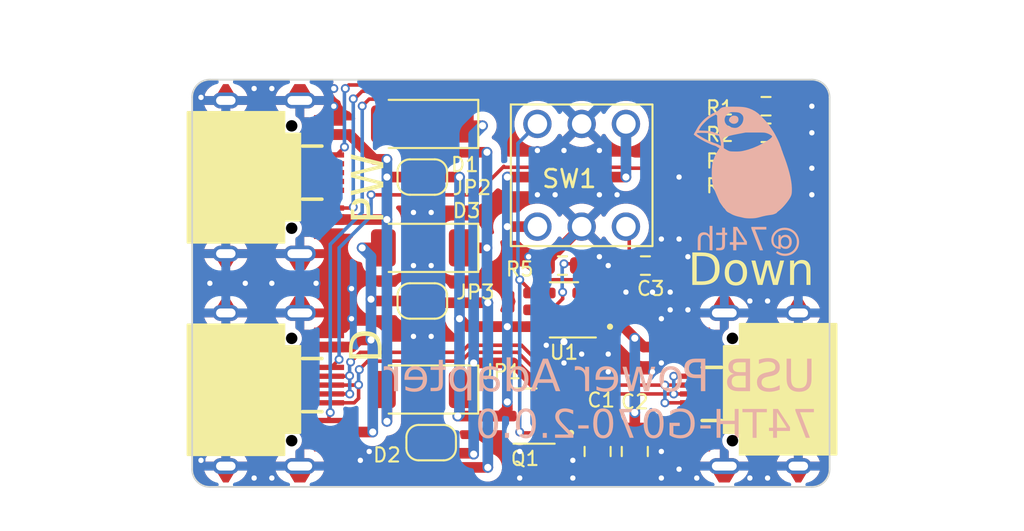
<source format=kicad_pcb>
(kicad_pcb (version 20241229) (generator "pcbnew") (generator_version "9.0")
  (title_block (rev "2.0.0"))
  (layers (0 "F.Cu" signal) (2 "B.Cu" signal) (13 "F.Paste" user) (15 "B.Paste" user) (5 "F.SilkS" user "F.Silkscreen") (7 "B.SilkS" user "B.Silkscreen") (1 "F.Mask" user) (3 "B.Mask" user) (25 "Edge.Cuts" user))
  (net 0 "")
  (net 1 "GND")
  (net 2 "/OUT_VBUS")
  (net 3 "/PWR_SW")
  (net 4 "/CONN_VBUS")
  (net 5 "Net-(D2-A)")
  (net 6 "/PWR_VBUS")
  (net 7 "Net-(D3-A)")
  (net 12 "Net-(J1-CC1)")
  (net 13 "Net-(J1-CC2)")
  (net 14 "Net-(J2-CC1)")
  (net 15 "Net-(J2-CC2)")
  (net 18 "Net-(U1-ISET)")
  (net 20 "/USBDM")
  (net 21 "/USBDP")
  (footprint "74th:Capacitor_0805_2012" (layer "F.Cu") (at 71.9 70.5 -90)
    (property "Reference" "C1" (at -2.9 -0.2 180) (layer "F.SilkS") (effects (font (size 0.8 0.8) (thickness 0.12))))
    (property "Value" "22u" (hide yes))
    (pad "1" smd roundrect (at -1.0375 0 270) (size 1.175 1.45) (layers "F.Cu" "F.Mask" "F.Paste") (roundrect_rratio 0.212766) (net 2 "/OUT_VBUS"))
    (pad "2" smd roundrect (at 1.0375 0 270) (size 1.175 1.45) (layers "F.Cu" "F.Mask" "F.Paste") (roundrect_rratio 0.212766) (net 1 "GND"))
  )
  (footprint "74th:SolderJumper-2" (layer "F.Cu") (at 62 55)
    (property "Reference" "JP2" (at 2.8 0.6 0) (layer "F.SilkS") (effects (font (size 0.8 0.8) (thickness 0.12))))
    (property "Value" "Jumper_2_Open")
    (pad "1" smd custom (at -0.65 0) (size 1 0.5) (layers "F.Cu" "F.Mask") (net 5 "Net-(D2-A)") (options (clearance outline) (anchor rect)) (primitives (gr_circle (center 0 0.25) (end 0.5 0.25) (width 0) (fill yes)) (gr_circle (center 0 -0.25) (end 0.5 -0.25) (width 0) (fill yes)) (gr_poly (pts (xy 0.5 0.75) (xy 0 0.75) (xy 0 -0.75) (xy 0.5 -0.75)) (width 0) (fill yes))))
    (pad "2" smd custom (at 0.65 0) (size 1 0.5) (layers "F.Cu" "F.Mask") (net 6 "/PWR_VBUS") (options (clearance outline) (anchor rect)) (primitives (gr_circle (center 0 0.25) (end 0.5 0.25) (width 0) (fill yes)) (gr_circle (center 0 -0.25) (end 0.5 -0.25) (width 0) (fill yes)) (gr_poly (pts (xy 0 0.75) (xy -0.5 0.75) (xy -0.5 -0.75) (xy 0 -0.75)) (width 0) (fill yes))))
  )
  (footprint "74th:Connector_USB-C-Receptacle_SMT_12-Pin_Simple" (layer "F.Cu") (at 51 55 -90)
    (property "Reference" "J1" (hide yes))
    (property "Value" "Power_USB")
    (pad "" np_thru_hole circle (at -2.89 -3.62 90) (size 0.65 0.65) (drill 0.65) (layers "*.Mask"))
    (pad "" np_thru_hole circle (at 2.89 -3.62 90) (size 0.65 0.65) (drill 0.65) (layers "*.Mask"))
    (pad "1" smd rect (at -2.4 -5.73 90) (size 0.6 1.7) (layers "F.Cu" "F.Mask" "F.Paste") (net 5 "Net-(D2-A)"))
    (pad "1" smd rect (at 2.4 -5.73 90) (size 0.6 1.7) (layers "F.Cu" "F.Mask" "F.Paste") (net 5 "Net-(D2-A)"))
    (pad "2" smd rect (at -0.75 -5.73 90) (size 0.3 1.7) (layers "F.Cu" "F.Mask" "F.Paste"))
    (pad "2" smd rect (at 0.25 -5.73 90) (size 0.3 1.7) (layers "F.Cu" "F.Mask" "F.Paste"))
    (pad "3" smd rect (at -0.25 -5.73 90) (size 0.3 1.7) (layers "F.Cu" "F.Mask" "F.Paste"))
    (pad "3" smd rect (at 0.75 -5.73 90) (size 0.3 1.7) (layers "F.Cu" "F.Mask" "F.Paste"))
    (pad "4" smd rect (at -3.2 -5.73 90) (size 0.6 1.7) (layers "F.Cu" "F.Mask" "F.Paste") (net 1 "GND"))
    (pad "4" smd rect (at 3.2 -5.73 90) (size 0.6 1.7) (layers "F.Cu" "F.Mask" "F.Paste") (net 1 "GND"))
    (pad "5" smd rect (at -1.25 -5.73 90) (size 0.3 1.7) (layers "F.Cu" "F.Mask" "F.Paste") (net 12 "Net-(J1-CC1)"))
    (pad "6" smd rect (at 1.75 -5.73 90) (size 0.3 1.7) (layers "F.Cu" "F.Mask" "F.Paste") (net 13 "Net-(J1-CC2)"))
    (pad "S1" smd trapezoid (at -5 -4.08) (size 0.9 0.5) (rect_delta 0 0.3) (layers "F.Cu" "F.Mask" "F.Paste") (net 1 "GND"))
    (pad "S1" smd trapezoid (at -5 0.1) (size 0.6 0.5) (rect_delta 0 0.3) (layers "F.Cu" "F.Mask" "F.Paste") (net 1 "GND"))
    (pad "S1" thru_hole oval (at -4.325 -4.08 90) (size 0.9 1.8) (drill oval 0.5 1.4) (layers "*.Cu" "*.Mask") (net 1 "GND"))
    (pad "S1" thru_hole oval (at -4.325 0.1 90) (size 0.9 1.5) (drill oval 0.5 1.1) (layers "*.Cu" "*.Mask") (net 1 "GND"))
    (pad "S1" thru_hole oval (at 4.325 -4.08 90) (size 0.9 1.8) (drill oval 0.5 1.4) (layers "*.Cu" "*.Mask") (net 1 "GND"))
    (pad "S1" thru_hole oval (at 4.325 0.1 90) (size 0.9 1.5) (drill oval 0.5 1.1) (layers "*.Cu" "*.Mask") (net 1 "GND"))
    (pad "S1" smd trapezoid (at 5 -4.08 180) (size 0.9 0.5) (rect_delta 0 0.3) (layers "F.Cu" "F.Mask" "F.Paste") (net 1 "GND"))
    (pad "S1" smd trapezoid (at 5 0.1 180) (size 0.6 0.5) (rect_delta 0 0.3) (layers "F.Cu" "F.Mask" "F.Paste") (net 1 "GND"))
  )
  (footprint "74th:Connector_USB-C-Receptacle_SMT_12-Pin_Simple" (layer "F.Cu") (at 83.135 67 90)
    (property "Reference" "J3" (hide yes))
    (property "Value" "Downstream_USB")
    (pad "" np_thru_hole circle (at -2.89 -3.62 270) (size 0.65 0.65) (drill 0.65) (layers "*.Mask"))
    (pad "" np_thru_hole circle (at 2.89 -3.62 270) (size 0.65 0.65) (drill 0.65) (layers "*.Mask"))
    (pad "1" smd rect (at -2.4 -5.73 270) (size 0.6 1.7) (layers "F.Cu" "F.Mask" "F.Paste") (net 2 "/OUT_VBUS"))
    (pad "1" smd rect (at 2.4 -5.73 270) (size 0.6 1.7) (layers "F.Cu" "F.Mask" "F.Paste") (net 2 "/OUT_VBUS"))
    (pad "2" smd rect (at -0.75 -5.73 270) (size 0.3 1.7) (layers "F.Cu" "F.Mask" "F.Paste") (net 20 "/USBDM"))
    (pad "2" smd rect (at 0.25 -5.73 270) (size 0.3 1.7) (layers "F.Cu" "F.Mask" "F.Paste") (net 20 "/USBDM"))
    (pad "3" smd rect (at -0.25 -5.73 270) (size 0.3 1.7) (layers "F.Cu" "F.Mask" "F.Paste") (net 21 "/USBDP"))
    (pad "3" smd rect (at 0.75 -5.73 270) (size 0.3 1.7) (layers "F.Cu" "F.Mask" "F.Paste") (net 21 "/USBDP"))
    (pad "4" smd rect (at -3.2 -5.73 270) (size 0.6 1.7) (layers "F.Cu" "F.Mask" "F.Paste") (net 1 "GND"))
    (pad "4" smd rect (at 3.2 -5.73 270) (size 0.6 1.7) (layers "F.Cu" "F.Mask" "F.Paste") (net 1 "GND"))
    (pad "5" smd rect (at -1.25 -5.73 270) (size 0.3 1.7) (layers "F.Cu" "F.Mask" "F.Paste"))
    (pad "6" smd rect (at 1.75 -5.73 270) (size 0.3 1.7) (layers "F.Cu" "F.Mask" "F.Paste"))
    (pad "S1" smd trapezoid (at -5 -4.08 180) (size 0.9 0.5) (rect_delta 0 0.3) (layers "F.Cu" "F.Mask" "F.Paste") (net 1 "GND"))
    (pad "S1" smd trapezoid (at -5 0.1 180) (size 0.6 0.5) (rect_delta 0 0.3) (layers "F.Cu" "F.Mask" "F.Paste") (net 1 "GND"))
    (pad "S1" thru_hole oval (at -4.325 -4.08 270) (size 0.9 1.8) (drill oval 0.5 1.4) (layers "*.Cu" "*.Mask") (net 1 "GND"))
    (pad "S1" thru_hole oval (at -4.325 0.1 270) (size 0.9 1.5) (drill oval 0.5 1.1) (layers "*.Cu" "*.Mask") (net 1 "GND"))
    (pad "S1" thru_hole oval (at 4.325 -4.08 270) (size 0.9 1.8) (drill oval 0.5 1.4) (layers "*.Cu" "*.Mask") (net 1 "GND"))
    (pad "S1" thru_hole oval (at 4.325 0.1 270) (size 0.9 1.5) (drill oval 0.5 1.1) (layers "*.Cu" "*.Mask") (net 1 "GND"))
    (pad "S1" smd trapezoid (at 5 -4.08) (size 0.9 0.5) (rect_delta 0 0.3) (layers "F.Cu" "F.Mask" "F.Paste") (net 1 "GND"))
    (pad "S1" smd trapezoid (at 5 0.1) (size 0.6 0.5) (rect_delta 0 0.3) (layers "F.Cu" "F.Mask" "F.Paste") (net 1 "GND"))
  )
  (footprint "74th:Register_0603_1608" (layer "F.Cu") (at 74.6 60)
    (property "Reference" "C3" (at 0.3 1.3 0) (layer "F.SilkS") (effects (font (size 0.8 0.8) (thickness 0.12))))
    (property "Value" "100n" (hide yes))
    (pad "1" smd roundrect (at -0.9125 0) (size 0.975 0.95) (layers "F.Cu" "F.Mask" "F.Paste") (net 3 "/PWR_SW"))
    (pad "2" smd roundrect (at 0.9125 0) (size 0.975 0.95) (layers "F.Cu" "F.Mask" "F.Paste") (net 1 "GND"))
  )
  (footprint "74th:Package_SOT-23" (layer "F.Cu") (at 67.8 68.5 180)
    (property "Reference" "Q1" (at 0 -2.4 0) (layer "F.SilkS") (effects (font (size 0.8 0.8) (thickness 0.12))))
    (property "Value" "IRLM6402")
    (pad "1" smd roundrect (at -1.3875 -0.95 180) (size 1.825 0.6) (layers "F.Cu" "F.Mask" "F.Paste") (net 3 "/PWR_SW"))
    (pad "2" smd roundrect (at -1.3875 0.95 180) (size 1.825 0.6) (layers "F.Cu" "F.Mask" "F.Paste") (net 2 "/OUT_VBUS"))
    (pad "3" smd roundrect (at 1.3875 0 180) (size 1.825 0.6) (layers "F.Cu" "F.Mask" "F.Paste") (net 6 "/PWR_VBUS"))
  )
  (footprint "74th:Switch_Locking_Button_8x8mm" (layer "F.Cu") (at 71 54.9)
    (property "Reference" "SW1" (at -0.7 0.2 0) (layer "F.SilkS"))
    (property "Value" "SW_Locking")
    (pad "1" thru_hole circle (at -2.5 -2.9) (size 1.6 1.6) (drill 1.1) (layers "*.Cu" "*.Mask") (net 3 "/PWR_SW"))
    (pad "2" thru_hole circle (at 0 -2.9) (size 1.6 1.6) (drill 1.1) (layers "*.Cu" "*.Mask") (net 1 "GND"))
    (pad "3" thru_hole circle (at 2.5 -2.9) (size 1.6 1.6) (drill 1.1) (layers "*.Cu" "*.Mask") (net 6 "/PWR_VBUS"))
    (pad "4" thru_hole circle (at 2.5 2.9) (size 1.6 1.6) (drill 1.1) (layers "*.Cu" "*.Mask") (net 3 "/PWR_SW"))
    (pad "5" thru_hole circle (at 0 2.9) (size 1.6 1.6) (drill 1.1) (layers "*.Cu" "*.Mask") (net 1 "GND"))
    (pad "6" thru_hole circle (at -2.5 2.9) (size 1.6 1.6) (drill 1.1) (layers "*.Cu" "*.Mask") (net 6 "/PWR_VBUS"))
  )
  (footprint "Diode_SMD:D_SOD-128" (layer "F.Cu") (at 62 67 180)
    (property "Reference" "D2" (at 2 -3.7 180) (layer "F.SilkS") (effects (font (size 0.8 0.8) (thickness 0.12))))
    (property "Value" "D")
    (pad "1" smd roundrect (at -2.2 0 180) (size 1.4 2.1) (layers "F.Cu" "F.Mask" "F.Paste") (roundrect_rratio 0.1785714286) (net 6 "/PWR_VBUS"))
    (pad "2" smd roundrect (at 2.2 0 180) (size 1.4 2.1) (layers "F.Cu" "F.Mask" "F.Paste") (roundrect_rratio 0.1785714286) (net 5 "Net-(D2-A)"))
  )
  (footprint "74th:SolderJumper-2" (layer "F.Cu") (at 62.5 70)
    (property "Reference" "JP1" (at 4 -4 0) (layer "F.SilkS") (effects (font (size 0.8 0.8) (thickness 0.12))))
    (property "Value" "Jumper_2_Open")
    (pad "1" smd custom (at -0.65 0) (size 1 0.5) (layers "F.Cu" "F.Mask") (net 4 "/CONN_VBUS") (options (clearance outline) (anchor rect)) (primitives (gr_circle (center 0 0.25) (end 0.5 0.25) (width 0) (fill yes)) (gr_circle (center 0 -0.25) (end 0.5 -0.25) (width 0) (fill yes)) (gr_poly (pts (xy 0.5 0.75) (xy 0 0.75) (xy 0 -0.75) (xy 0.5 -0.75)) (width 0) (fill yes))))
    (pad "2" smd custom (at 0.65 0) (size 1 0.5) (layers "F.Cu" "F.Mask") (net 2 "/OUT_VBUS") (options (clearance outline) (anchor rect)) (primitives (gr_circle (center 0 0.25) (end 0.5 0.25) (width 0) (fill yes)) (gr_circle (center 0 -0.25) (end 0.5 -0.25) (width 0) (fill yes)) (gr_poly (pts (xy 0 0.75) (xy -0.5 0.75) (xy -0.5 -0.75) (xy 0 -0.75)) (width 0) (fill yes))))
  )
  (footprint "74th:Register_0603_1608" (layer "F.Cu") (at 81.4125 52.5)
    (property "Reference" "R2" (at -2.6125 0.1 0) (layer "F.SilkS") (effects (font (size 0.8 0.8) (thickness 0.12))))
    (property "Value" "5.1k" (hide yes))
    (pad "1" smd roundrect (at -0.9125 0) (size 0.975 0.95) (layers "F.Cu" "F.Mask" "F.Paste") (net 13 "Net-(J1-CC2)"))
    (pad "2" smd roundrect (at 0.9125 0) (size 0.975 0.95) (layers "F.Cu" "F.Mask" "F.Paste") (net 1 "GND"))
  )
  (footprint "74th:Register_0603_1608" (layer "F.Cu") (at 81.4125 55.5)
    (property "Reference" "R3" (at -2.6125 0 0) (layer "F.SilkS") (effects (font (size 0.8 0.8) (thickness 0.12))))
    (property "Value" "5.1k" (hide yes))
    (pad "1" smd roundrect (at -0.9125 0) (size 0.975 0.95) (layers "F.Cu" "F.Mask" "F.Paste") (net 14 "Net-(J2-CC1)"))
    (pad "2" smd roundrect (at 0.9125 0) (size 0.975 0.95) (layers "F.Cu" "F.Mask" "F.Paste") (net 1 "GND"))
  )
  (footprint "74th:Connector_USB-C-Receptacle_SMT_12-Pin_Simple" (layer "F.Cu") (at 51 67 -90)
    (property "Reference" "J2" (hide yes))
    (property "Value" "CONN_USB")
    (pad "" np_thru_hole circle (at -2.89 -3.62 90) (size 0.65 0.65) (drill 0.65) (layers "*.Mask"))
    (pad "" np_thru_hole circle (at 2.89 -3.62 90) (size 0.65 0.65) (drill 0.65) (layers "*.Mask"))
    (pad "1" smd rect (at -2.4 -5.73 90) (size 0.6 1.7) (layers "F.Cu" "F.Mask" "F.Paste") (net 7 "Net-(D3-A)"))
    (pad "1" smd rect (at 2.4 -5.73 90) (size 0.6 1.7) (layers "F.Cu" "F.Mask" "F.Paste") (net 7 "Net-(D3-A)"))
    (pad "2" smd rect (at -0.75 -5.73 90) (size 0.3 1.7) (layers "F.Cu" "F.Mask" "F.Paste") (net 20 "/USBDM"))
    (pad "2" smd rect (at 0.25 -5.73 90) (size 0.3 1.7) (layers "F.Cu" "F.Mask" "F.Paste") (net 20 "/USBDM"))
    (pad "3" smd rect (at -0.25 -5.73 90) (size 0.3 1.7) (layers "F.Cu" "F.Mask" "F.Paste") (net 21 "/USBDP"))
    (pad "3" smd rect (at 0.75 -5.73 90) (size 0.3 1.7) (layers "F.Cu" "F.Mask" "F.Paste") (net 21 "/USBDP"))
    (pad "4" smd rect (at -3.2 -5.73 90) (size 0.6 1.7) (layers "F.Cu" "F.Mask" "F.Paste") (net 1 "GND"))
    (pad "4" smd rect (at 3.2 -5.73 90) (size 0.6 1.7) (layers "F.Cu" "F.Mask" "F.Paste") (net 1 "GND"))
    (pad "5" smd rect (at -1.25 -5.73 90) (size 0.3 1.7) (layers "F.Cu" "F.Mask" "F.Paste") (net 14 "Net-(J2-CC1)"))
    (pad "6" smd rect (at 1.75 -5.73 90) (size 0.3 1.7) (layers "F.Cu" "F.Mask" "F.Paste") (net 15 "Net-(J2-CC2)"))
    (pad "S1" smd trapezoid (at -5 -4.08) (size 0.9 0.5) (rect_delta 0 0.3) (layers "F.Cu" "F.Mask" "F.Paste") (net 1 "GND"))
    (pad "S1" smd trapezoid (at -5 0.1) (size 0.6 0.5) (rect_delta 0 0.3) (layers "F.Cu" "F.Mask" "F.Paste") (net 1 "GND"))
    (pad "S1" thru_hole oval (at -4.325 -4.08 90) (size 0.9 1.8) (drill oval 0.5 1.4) (layers "*.Cu" "*.Mask") (net 1 "GND"))
    (pad "S1" thru_hole oval (at -4.325 0.1 90) (size 0.9 1.5) (drill oval 0.5 1.1) (layers "*.Cu" "*.Mask") (net 1 "GND"))
    (pad "S1" thru_hole oval (at 4.325 -4.08 90) (size 0.9 1.8) (drill oval 0.5 1.4) (layers "*.Cu" "*.Mask") (net 1 "GND"))
    (pad "S1" thru_hole oval (at 4.325 0.1 90) (size 0.9 1.5) (drill oval 0.5 1.1) (layers "*.Cu" "*.Mask") (net 1 "GND"))
    (pad "S1" smd trapezoid (at 5 -4.08 180) (size 0.9 0.5) (rect_delta 0 0.3) (layers "F.Cu" "F.Mask" "F.Paste") (net 1 "GND"))
    (pad "S1" smd trapezoid (at 5 0.1 180) (size 0.6 0.5) (rect_delta 0 0.3) (layers "F.Cu" "F.Mask" "F.Paste") (net 1 "GND"))
  )
  (footprint "Diode_SMD:D_SOD-128" (layer "F.Cu") (at 62 59 180)
    (property "Reference" "D3" (at -2.5 2.1 180) (layer "F.SilkS") (effects (font (size 0.8 0.8) (thickness 0.12))))
    (property "Value" "D")
    (pad "1" smd roundrect (at -2.2 0 180) (size 1.4 2.1) (layers "F.Cu" "F.Mask" "F.Paste") (roundrect_rratio 0.1785714286) (net 4 "/CONN_VBUS"))
    (pad "2" smd roundrect (at 2.2 0 180) (size 1.4 2.1) (layers "F.Cu" "F.Mask" "F.Paste") (roundrect_rratio 0.1785714286) (net 7 "Net-(D3-A)"))
  )
  (footprint "74th:SolderJumper-2" (layer "F.Cu") (at 62 62)
    (property "Reference" "JP3" (at 3 -0.5 0) (layer "F.SilkS") (effects (font (size 0.8 0.8) (thickness 0.12))))
    (property "Value" "Jumper_2_Open")
    (pad "1" smd custom (at -0.65 0) (size 1 0.5) (layers "F.Cu" "F.Mask") (net 7 "Net-(D3-A)") (options (clearance outline) (anchor rect)) (primitives (gr_circle (center 0 0.25) (end 0.5 0.25) (width 0) (fill yes)) (gr_circle (center 0 -0.25) (end 0.5 -0.25) (width 0) (fill yes)) (gr_poly (pts (xy 0.5 0.75) (xy 0 0.75) (xy 0 -0.75) (xy 0.5 -0.75)) (width 0) (fill yes))))
    (pad "2" smd custom (at 0.65 0) (size 1 0.5) (layers "F.Cu" "F.Mask") (net 4 "/CONN_VBUS") (options (clearance outline) (anchor rect)) (primitives (gr_circle (center 0 0.25) (end 0.5 0.25) (width 0) (fill yes)) (gr_circle (center 0 -0.25) (end 0.5 -0.25) (width 0) (fill yes)) (gr_poly (pts (xy 0 0.75) (xy -0.5 0.75) (xy -0.5 -0.75) (xy 0 -0.75)) (width 0) (fill yes))))
  )
  (footprint "Diode_SMD:D_SOD-128" (layer "F.Cu") (at 62 52 180)
    (property "Reference" "D1" (at -2.4 -2.3 180) (layer "F.SilkS") (effects (font (size 0.8 0.8) (thickness 0.12))))
    (property "Value" "D")
    (pad "1" smd roundrect (at -2.2 0 180) (size 1.4 2.1) (layers "F.Cu" "F.Mask" "F.Paste") (roundrect_rratio 0.1785714286) (net 2 "/OUT_VBUS"))
    (pad "2" smd roundrect (at 2.2 0 180) (size 1.4 2.1) (layers "F.Cu" "F.Mask" "F.Paste") (roundrect_rratio 0.1785714286) (net 4 "/CONN_VBUS"))
  )
  (footprint "74th:Register_0603_1608" (layer "F.Cu") (at 69.9125 60 180)
    (property "Reference" "R5" (at 2.4125 -0.2 0) (layer "F.SilkS") (effects (font (size 0.8 0.8) (thickness 0.12))))
    (property "Value" "56k" (hide yes))
    (pad "1" smd roundrect (at -0.9125 0 180) (size 0.975 0.95) (layers "F.Cu" "F.Mask" "F.Paste") (net 18 "Net-(U1-ISET)"))
    (pad "2" smd roundrect (at 0.9125 0 180) (size 0.975 0.95) (layers "F.Cu" "F.Mask" "F.Paste") (net 1 "GND"))
  )
  (footprint "74th:Register_0603_1608" (layer "F.Cu") (at 81.4125 51)
    (property "Reference" "R1" (at -2.6125 0.1 0) (layer "F.SilkS") (effects (font (size 0.8 0.8) (thickness 0.12))))
    (property "Value" "5.1k" (hide yes))
    (pad "1" smd roundrect (at -0.9125 0) (size 0.975 0.95) (layers "F.Cu" "F.Mask" "F.Paste") (net 12 "Net-(J1-CC1)"))
    (pad "2" smd roundrect (at 0.9125 0) (size 0.975 0.95) (layers "F.Cu" "F.Mask" "F.Paste") (net 1 "GND"))
  )
  (footprint "74th:Capacitor_0805_2012" (layer "F.Cu") (at 74 70.5 -90)
    (property "Reference" "C2" (at -2.8 0 180) (layer "F.SilkS") (effects (font (size 0.8 0.8) (thickness 0.12))))
    (property "Value" "22u" (hide yes))
    (pad "1" smd roundrect (at -1.0375 0 270) (size 1.175 1.45) (layers "F.Cu" "F.Mask" "F.Paste") (roundrect_rratio 0.212766) (net 2 "/OUT_VBUS"))
    (pad "2" smd roundrect (at 1.0375 0 270) (size 1.175 1.45) (layers "F.Cu" "F.Mask" "F.Paste") (roundrect_rratio 0.212766) (net 1 "GND"))
  )
  (footprint "74th:Register_0603_1608" (layer "F.Cu") (at 81.4125 54)
    (property "Reference" "R4" (at -2.6125 0.1 0) (layer "F.SilkS") (effects (font (size 0.8 0.8) (thickness 0.12))))
    (property "Value" "5.1k" (hide yes))
    (pad "1" smd roundrect (at -0.9125 0) (size 0.975 0.95) (layers "F.Cu" "F.Mask" "F.Paste") (net 15 "Net-(J2-CC2)"))
    (pad "2" smd roundrect (at 0.9125 0) (size 0.975 0.95) (layers "F.Cu" "F.Mask" "F.Paste") (net 1 "GND"))
  )
  (footprint "74th:Package_SOT-23-6" (layer "F.Cu") (at 70 62.5 180)
    (property "Reference" "U1" (at 0 -2.4 0) (layer "F.SilkS") (effects (font (size 0.8 0.8) (thickness 0.12))))
    (property "Value" "CH217K")
    (pad "1" smd roundrect (at -1.3875 -0.95 180) (size 1.825 0.6) (layers "F.Cu" "F.Mask" "F.Paste") (net 2 "/OUT_VBUS"))
    (pad "2" smd roundrect (at -1.3875 0 180) (size 1.825 0.6) (layers "F.Cu" "F.Mask" "F.Paste") (net 1 "GND"))
    (pad "3" smd roundrect (at -1.3875 0.95 180) (size 1.825 0.6) (layers "F.Cu" "F.Mask" "F.Paste"))
    (pad "4" smd roundrect (at 1.3875 0.95 180) (size 1.825 0.6) (layers "F.Cu" "F.Mask" "F.Paste") (net 3 "/PWR_SW"))
    (pad "5" smd roundrect (at 1.3875 0 180) (size 1.825 0.6) (layers "F.Cu" "F.Mask" "F.Paste") (net 18 "Net-(U1-ISET)"))
    (pad "6" smd roundrect (at 1.3875 -0.95 180) (size 1.825 0.6) (layers "F.Cu" "F.Mask" "F.Paste") (net 6 "/PWR_VBUS"))
  )
  (footprint "74th:Logo_74th_7.5mm" (layer "B.Cu") (at 80.3 54.5 180)
    (property "Reference" "MISC-ICON" (hide yes))
    (property "Value" "LOGO" (hide yes))
  )
  (footprint "74th:Logo_74th_text" (layer "B.Cu") (at 81.4 58.6 180)
    (property "Reference" "MISC-ACCOUNTTEXT" (hide yes))
    (property "Value" "Logo_74th_text" (hide yes))
    (fp_text user "@74th" (at 1 0 0) (layer "B.SilkS") (effects (font (size 1.3 1.3) (thickness 0.1875)) (justify mirror)))
  )
  (gr_arc (start 85 71.5) (mid 84.707107 72.207107) (end 84 72.5) (stroke (width 0.1)) (layer "Edge.Cuts"))
  (gr_line (start 50 72.5) (end 84 72.5) (stroke (width 0.1)) (layer "Edge.Cuts"))
  (gr_line (start 49 50.5) (end 49 71.5) (stroke (width 0.1)) (layer "Edge.Cuts"))
  (gr_arc (start 84 49.5) (mid 84.707107 49.792893) (end 85 50.5) (stroke (width 0.1)) (layer "Edge.Cuts"))
  (gr_arc (start 50 72.5) (mid 49.292893 72.207107) (end 49 71.5) (stroke (width 0.1)) (layer "Edge.Cuts"))
  (gr_line (start 85 71.5) (end 85 50.5) (stroke (width 0.1)) (layer "Edge.Cuts"))
  (gr_arc (start 49 50.5) (mid 49.292893 49.792893) (end 50 49.5) (stroke (width 0.1)) (layer "Edge.Cuts"))
  (gr_line (start 50 49.5) (end 84 49.5) (stroke (width 0.1)) (layer "Edge.Cuts"))
  (gr_text "Down" (at 77 61.4 0) (layer "F.SilkS") (effects (font (size 1.8 1.8) (thickness 0.12)) (justify left bottom)))
  (gr_text "D" (at 60 65.5 90) (layer "F.SilkS") (effects (font (size 1.8 1.8) (thickness 0.12)) (justify left bottom)))
  (gr_text "PW" (at 60.1 57.64 90) (layer "F.SilkS") (effects (font (size 1.8 1.8) (thickness 0.12)) (justify left bottom)))
  (gr_text "74TH-G070-${REVISION}" (at 84.3 70 0) (layer "B.SilkS") (effects (font (size 1.6 1.6) (thickness 0.12)) (justify left bottom mirror)))
  (gr_text "USB Power Adapter" (at 84.2 67.4 0) (layer "B.SilkS") (effects (font (size 1.8 1.8) (thickness 0.12)) (justify left bottom mirror)))
  (segment (start 69 59.8) (end 71 57.8) (width 0.6) (layer "F.Cu") (net 1))
  (segment (start 69 60) (end 69 59.8) (width 0.6) (layer "F.Cu") (net 1))
  (segment (start 71.3875 62.5) (end 70.475001 62.5) (width 0.6) (layer "F.Cu") (net 1))
  (segment (start 69 60) (end 68.5 60) (width 0.6) (layer "F.Cu") (net 1))
  (segment (start 70.475001 62.5) (end 70 62.975001) (width 0.6) (layer "F.Cu") (net 1))
  (segment (start 71.3875 62.5) (end 74 62.5) (width 0.6) (layer "F.Cu") (net 1))
  (segment (start 70 62.975001) (end 70 64.3) (width 0.6) (layer "F.Cu") (net 1))
  (segment (start 75.5125 60) (end 75.5125 59.8125) (width 0.2) (layer "F.Cu") (net 1))
  (segment (start 68.5 60) (end 68 59.5) (width 0.6) (layer "F.Cu") (net 1))
  (segment (start 74 62.5) (end 75 61.5) (width 0.6) (layer "F.Cu") (net 1))
  (via (at 67.5 70.5) (size 0.5) (drill 0.3) (layers "F.Cu" "B.Cu") (net 1))
  (via (at 62.5 57) (size 0.5) (drill 0.3) (layers "F.Cu" "B.Cu") (net 1))
  (via (at 70.5 72) (size 0.5) (drill 0.3) (layers "F.Cu" "B.Cu") (net 1))
  (via (at 68.5 53.5) (size 0.5) (drill 0.3) (layers "F.Cu" "B.Cu") (net 1))
  (via (at 53.5 50) (size 0.5) (drill 0.3) (layers "F.Cu" "B.Cu") (net 1))
  (via (at 77.5 72) (size 0.5) (drill 0.3) (layers "F.Cu" "B.Cu") (net 1))
  (via (at 84 51) (size 0.5) (drill 0.3) (layers "F.Cu" "B.Cu") (net 1))
  (via (at 53.5 61) (size 0.5) (drill 0.3) (layers "F.Cu" "B.Cu") (net 1))
  (via (at 84 52.5) (size 0.5) (drill 0.3) (layers "F.Cu" "B.Cu") (net 1))
  (via (at 76 62.5) (size 0.5) (drill 0.3) (layers "F.Cu" "B.Cu") (net 1))
  (via (at 49.5 71) (size 0.5) (drill 0.3) (layers "F.Cu" "B.Cu") (net 1))
  (via (at 52 61) (size 0.5) (drill 0.3) (layers "F.Cu" "B.Cu") (net 1))
  (via (at 73.5 61.5) (size 0.5) (drill 0.3) (layers "F.Cu" "B.Cu") (net 1))
  (via (at 72.5 65) (size 0.5) (drill 0.3) (layers "F.Cu" "B.Cu") (net 1))
  (via (at 75.5 58.5) (size 0.5) (drill 0.3) (layers "F.Cu" "B.Cu") (net 1))
  (via (at 84 56) (size 0.5) (drill 0.3) (layers "F.Cu" "B.Cu") (net 1))
  (via (at 76.5 71.5) (size 0.5) (drill 0.3) (layers "F.Cu" "B.Cu") (net 1))
  (via (at 71 65) (size 0.5) (drill 0.3) (layers "F.Cu" "B.Cu") (net 1))
  (via (at 84 54.5) (size 0.5) (drill 0.3) (layers "F.Cu" "B.Cu") (net 1))
  (via (at 75.5 65.5) (size 0.5) (drill 0.3) (layers "F.Cu" "B.Cu") (net 1))
  (via (at 58 63) (size 0.5) (drill 0.3) (layers "F.Cu" "B.Cu") (net 1))
  (via (at 72.5 60) (size 0.5) (drill 0.3) (layers "F.Cu" "B.Cu") (net 1))
  (via (at 75 61.5) (size 0.5) (drill 0.3) (layers "F.Cu" "B.Cu") (net 1))
  (via (at 72 56) (size 0.5) (drill 0.3) (layers "F.Cu" "B.Cu") (net 1))
  (via (at 57 51) (size 0.5) (drill 0.3) (layers "F.Cu" "B.Cu") (net 1))
  (via (at 81.5 72) (size 0.5) (drill 0.3) (layers "F.Cu" "B.Cu") (net 1))
  (via (at 75.5 63) (size 0.5) (drill 0.3) (layers "F.Cu" "B.Cu") (net 1))
  (via (at 69.5 56) (size 0.5) (drill 0.3) (layers "F.Cu" "B.Cu") (net 1))
  (via (at 67.5 72) (size 0.5) (drill 0.3) (layers "F.Cu" "B.Cu") (net 1))
  (via (at 68 59.5) (size 0.5) (drill 0.3) (layers "F.Cu" "B.Cu") (net 1))
  (via (at 76.5 55) (size 0.5) (drill 0.3) (layers "F.Cu" "B.Cu") (net 1))
  (via (at 70 65.5) (size 0.5) (drill 0.3) (layers "F.Cu" "B.Cu") (net 1))
  (via (at 52.5 50) (size 0.5) (drill 0.3) (layers "F.Cu" "B.Cu") (net 1))
  (via (at 62.5 60) (size 0.5) (drill 0.3) (layers "F.Cu" "B.Cu") (net 1))
  (via (at 56 61) (size 0.5) (drill 0.3) (layers "F.Cu" "B.Cu") (net 1))
  (via (at 68.5 56) (size 0.5) (drill 0.3) (layers "F.Cu" "B.Cu") (net 1))
  (via (at 70.5 71) (size 0.5) (drill 0.3) (layers "F.Cu" "B.Cu") (net 1))
  (via (at 61.5 60) (size 0.5) (drill 0.3) (layers "F.Cu" "B.Cu") (net 1))
  (via (at 80.5 72) (size 0.5) (drill 0.3) (layers "F.Cu" "B.Cu") (net 1))
  (via (at 72 59.5) (size 0.5) (drill 0.3) (layers "F.Cu" "B.Cu") (net 1))
  (via (at 75 66) (size 0.5) (drill 0.3) (layers "F.Cu" "B.Cu") (net 1))
  (via (at 77 59.5) (size 0.5) (drill 0.3) (layers "F.Cu" "B.Cu") (net 1))
  (via (at 58.5 71) (size 0.5) (drill 0.3) (layers "F.Cu" "B.Cu") (net 1))
  (via (at 77 62.5) (size 0.5) (drill 0.3) (layers "F.Cu" "B.Cu") (net 1))
  (via (at 61.5 64) (size 0.5) (drill 0.3) (layers "F.Cu" "B.Cu") (net 1))
  (via (at 75.5 70.5) (size 0.5) (drill 0.3) (layers "F.Cu" "B.Cu") (net 1))
  (via (at 70 64.3) (size 0.6) (drill 0.4) (layers "F.Cu" "B.Cu") (net 1))
  (via (at 72 53.5) (size 0.5) (drill 0.3) (layers "F.Cu" "B.Cu") (net 1))
  (via (at 62.5 64) (size 0.5) (drill 0.3) (layers "F.Cu" "B.Cu") (net 1))
  (via (at 73 56) (size 0.5) (drill 0.3) (layers "F.Cu" "B.Cu") (net 1))
  (via (at 59 70.5) (size 0.5) (drill 0.3) (layers "F.Cu" "B.Cu") (net 1))
  (via (at 50 61) (size 0.5) (drill 0.3) (layers "F.Cu" "B.Cu") (net 1))
  (via (at 49.5 50.5) (size 0.5) (drill 0.3) (layers "F.Cu" "B.Cu") (net 1))
  (via (at 72.5 66) (size 0.5) (drill 0.3) (layers "F.Cu" "B.Cu") (net 1))
  (via (at 75.5 72) (size 0.5) (drill 0.3) (layers "F.Cu" "B.Cu") (net 1))
  (via (at 53.5 72) (size 0.5) (drill 0.3) (layers "F.Cu" "B.Cu") (net 1))
  (via (at 69 64.5) (size 0.5) (drill 0.3) (layers "F.Cu" "B.Cu") (net 1))
  (via (at 80.5 62) (size 0.5) (drill 0.3) (layers "F.Cu" "B.Cu") (net 1))
  (via (at 70 53.5) (size 0.5) (drill 0.3) (layers "F.Cu" "B.Cu") (net 1))
  (via (at 52.5 72) (size 0.5) (drill 0.3) (layers "F.Cu" "B.Cu") (net 1))
  (via (at 76 61.5) (size 0.5) (drill 0.3) (layers "F.Cu" "B.Cu") (net 1))
  (via (at 81.5 62) (size 0.5) (drill 0.3) (layers "F.Cu" "B.Cu") (net 1))
  (via (at 57 50) (size 0.5) (drill 0.3) (layers "F.Cu" "B.Cu") (net 1))
  (via (at 76.5 58.5) (size 0.5) (drill 0.3) (layers "F.Cu" "B.Cu") (net 1))
  (via (at 61.5 57) (size 0.5) (drill 0.3) (layers "F.Cu" "B.Cu") (net 1))
  (via (at 58 61.3) (size 0.5) (drill 0.3) (layers "F.Cu" "B.Cu") (net 1))
  (segment (start 71.9 68.2) (end 71.9 69.4625) (width 0.6) (layer "F.Cu") (net 2))
  (segment (start 71.3875 63.45) (end 73.35 63.45) (width 0.6) (layer "F.Cu") (net 2))
  (segment (start 74 69.4625) (end 71.9 69.4625) (width 0.6) (layer "F.Cu") (net 2))
  (segment (start 71.25 67.55) (end 71.9 68.2) (width 0.6) (layer "F.Cu") (net 2))
  (segment (start 63.15 70) (end 63.75 70.6) (width 0.6) (layer "F.Cu") (net 2))
  (segment (start 77.405 69.4) (end 74.0625 69.4) (width 0.6) (layer "F.Cu") (net 2))
  (segment (start 74.5 64.6) (end 74 64.1) (width 0.6) (layer "F.Cu") (net 2))
  (segment (start 65.4 52.1) (end 64.3 52.1) (width 0.6) (layer "F.Cu") (net 2))
  (segment (start 69.1875 67.55) (end 71.25 67.55) (width 0.6) (layer "F.Cu") (net 2))
  (segment (start 73.35 63.45) (end 74 64.1) (width 0.6) (layer "F.Cu") (net 2))
  (segment (start 67.1375 65.5) (end 69.1875 67.55) (width 0.6) (layer "F.Cu") (net 2))
  (segment (start 74 68.3) (end 74 69.4625) (width 0.6) (layer "F.Cu") (net 2))
  (segment (start 74.0625 69.4) (end 74 69.4625) (width 0.6) (layer "F.Cu") (net 2))
  (segment (start 64.85 70.6) (end 64.9 70.65) (width 0.6) (layer "F.Cu") (net 2))
  (segment (start 77.405 64.6) (end 74.5 64.6) (width 0.6) (layer "F.Cu") (net 2))
  (segment (start 64.3 52.1) (end 64.2 52) (width 0.6) (layer "F.Cu") (net 2))
  (segment (start 63.75 70.6) (end 64.85 70.6) (width 0.6) (layer "F.Cu") (net 2))
  (segment (start 64.9 65.5) (end 67.1375 65.5) (width 0.6) (layer "F.Cu") (net 2))
  (via (at 74 64.1) (size 0.6) (drill 0.4) (layers "F.Cu" "B.Cu") (net 2))
  (via (at 65.4 52.1) (size 0.6) (drill 0.4) (layers "F.Cu" "B.Cu") (net 2))
  (via (at 74 68.3) (size 0.6) (drill 0.4) (layers "F.Cu" "B.Cu") (net 2))
  (via (at 64.9 70.65) (size 0.6) (drill 0.4) (layers "F.Cu" "B.Cu") (net 2))
  (via (at 64.9 65.5) (size 0.6) (drill 0.4) (layers "F.Cu" "B.Cu") (net 2))
  (segment (start 64.9 70.65) (end 64.9 65.5) (width 0.6) (layer "B.Cu") (net 2))
  (segment (start 64.9 65.5) (end 64.9 52.6) (width 0.6) (layer "B.Cu") (net 2))
  (segment (start 74 64.1) (end 74 68.3) (width 0.6) (layer "B.Cu") (net 2))
  (segment (start 64.9 52.6) (end 65.4 52.1) (width 0.6) (layer "B.Cu") (net 2))
  (segment (start 73.6875 60) (end 73.6875 57.9875) (width 0.2) (layer "F.Cu") (net 3))
  (segment (start 69.3625 60.8) (end 72.8 60.8) (width 0.2) (layer "F.Cu") (net 3))
  (segment (start 73.6875 57.9875) (end 73.5 57.8) (width 0.2) (layer "F.Cu") (net 3))
  (segment (start 69.3625 60.8) (end 68.6125 61.55) (width 0.2) (layer "F.Cu") (net 3))
  (segment (start 73.6 60) (end 72.8 60.8) (width 0.2) (layer "F.Cu") (net 3))
  (segment (start 68.25 61.55) (end 67.5 60.8) (width 0.2) (layer "F.Cu") (net 3))
  (segment (start 67.55 69.45) (end 67.5 69.4) (width 0.2) (layer "F.Cu") (net 3))
  (segment (start 73.6875 60) (end 73.6 60) (width 0.2) (layer "F.Cu") (net 3))
  (segment (start 69.1875 69.45) (end 67.55 69.45) (width 0.2) (layer "F.Cu") (net 3))
  (segment (start 68.6125 61.55) (end 68.25 61.55) (width 0.2) (layer "F.Cu") (net 3))
  (via (at 67.5 69.4) (size 0.5) (drill 0.3) (layers "F.Cu" "B.Cu") (net 3))
  (via (at 67.5 60.8) (size 0.5) (drill 0.3) (layers "F.Cu" "B.Cu") (net 3))
  (segment (start 67.5 60.8) (end 67.5 69.4) (width 0.2) (layer "B.Cu") (net 3))
  (segment (start 67.4 53.1) (end 68.5 52) (width 0.2) (layer "B.Cu") (net 3))
  (segment (start 67.5 60.8) (end 67.4 60.7) (width 0.2) (layer "B.Cu") (net 3))
  (segment (start 67.4 60.7) (end 67.4 53.1) (width 0.2) (layer "B.Cu") (net 3))
  (segment (start 61.85 70.755) (end 61.85 70) (width 0.6) (layer "F.Cu") (net 4))
  (segment (start 65.7 62.1) (end 62.75 62.1) (width 0.6) (layer "F.Cu") (net 4))
  (segment (start 65.7 71.4) (end 62.495 71.4) (width 0.6) (layer "F.Cu") (net 4))
  (segment (start 62.495 71.4) (end 61.85 70.755) (width 0.6) (layer "F.Cu") (net 4))
  (segment (start 59.8 52) (end 61.4 53.6) (width 0.6) (layer "F.Cu") (net 4))
  (segment (start 62.75 62.1) (end 62.65 62) (width 0.6) (layer "F.Cu") (net 4))
  (segment (start 65.65 59) (end 64.2 59) (width 0.6) (layer "F.Cu") (net 4))
  (segment (start 61.4 53.6) (end 65.651 53.6) (width 0.6) (layer "F.Cu") (net 4))
  (via (at 65.7 71.4) (size 0.6) (drill 0.4) (layers "F.Cu" "B.Cu") (net 4))
  (via (at 65.651 53.6) (size 0.6) (drill 0.4) (layers "F.Cu" "B.Cu") (net 4))
  (via (at 65.7 62.1) (size 0.6) (drill 0.4) (layers "F.Cu" "B.Cu") (net 4))
  (via (at 65.65 59) (size 0.6) (drill 0.4) (layers "F.Cu" "B.Cu") (net 4))
  (segment (start 65.65 59) (end 65.65 62.05) (width 0.6) (layer "B.Cu") (net 4))
  (segment (start 65.7 62.1) (end 65.7 71.4) (width 0.6) (layer "B.Cu") (net 4))
  (segment (start 65.651 53.6) (end 65.651 59) (width 0.6) (layer "B.Cu") (net 4))
  (segment (start 65.65 62.05) (end 65.7 62.1) (width 0.6) (layer "B.Cu") (net 4))
  (segment (start 60 67.2) (end 59.8 67) (width 0.6) (layer "F.Cu") (net 5))
  (segment (start 60 54) (end 59.291364 54) (width 0.6) (layer "F.Cu") (net 5))
  (segment (start 60 55) (end 61.35 55) (width 0.6) (layer "F.Cu") (net 5))
  (segment (start 60 68.8) (end 60 67.2) (width 0.6) (layer "F.Cu") (net 5))
  (segment (start 60 57.4) (end 56.73 57.4) (width 0.6) (layer "F.Cu") (net 5))
  (segment (start 57.891364 52.6) (end 56.73 52.6) (width 0.6) (layer "F.Cu") (net 5))
  (segment (start 59.291364 54) (end 57.891364 52.6) (width 0.6) (layer "F.Cu") (net 5))
  (via (at 60 68.8) (size 0.6) (drill 0.4) (layers "F.Cu" "B.Cu") (net 5))
  (via (at 60 57.4) (size 0.6) (drill 0.4) (layers "F.Cu" "B.Cu") (net 5))
  (via (at 60 55) (size 0.6) (drill 0.4) (layers "F.Cu" "B.Cu") (net 5))
  (via (at 60 54) (size 0.6) (drill 0.4) (layers "F.Cu" "B.Cu") (net 5))
  (segment (start 60 54) (end 60 55) (width 0.6) (layer "B.Cu") (net 5))
  (segment (start 60 68.8) (end 60 55) (width 0.6) (layer "B.Cu") (net 5))
  (segment (start 64 68.5) (end 64.1 68.4) (width 0.6) (layer "F.Cu") (net 6))
  (segment (start 64.1 55) (end 62.65 55) (width 0.6) (layer "F.Cu") (net 6))
  (segment (start 66.8 67.7) (end 66.8 68.1125) (width 0.6) (layer "F.Cu") (net 6))
  (segment (start 73.5 55) (end 66.8 55) (width 0.6) (layer "F.Cu") (net 6))
  (segment (start 66.8 68.1125) (end 66.4125 68.5) (width 0.6) (layer "F.Cu") (net 6))
  (segment (start 64.6 63.45) (end 68.6125 63.45) (width 0.6) (layer "F.Cu") (net 6))
  (segment (start 66.8 63.45) (end 64.55 63.45) (width 0.6) (layer "F.Cu") (net 6))
  (segment (start 64.55 63.45) (end 64.1 63) (width 0.6) (layer "F.Cu") (net 6))
  (segment (start 66.4125 68.5) (end 64 68.5) (width 0.6) (layer "F.Cu") (net 6))
  (segment (start 68.5 57.8) (end 66.8 57.8) (width 0.6) (layer "F.Cu") (net 6))
  (segment (start 64.1 68.4) (end 64.1 67.7) (width 0.6) (layer "F.Cu") (net 6))
  (via (at 64.1 55) (size 0.6) (drill 0.4) (layers "F.Cu" "B.Cu") (net 6))
  (via (at 73.5 55) (size 0.6) (drill 0.4) (layers "F.Cu" "B.Cu") (net 6))
  (via (at 66.8 55) (size 0.6) (drill 0.4) (layers "F.Cu" "B.Cu") (net 6))
  (via (at 66.8 67.7) (size 0.6) (drill 0.4) (layers "F.Cu" "B.Cu") (net 6))
  (via (at 64.1 63) (size 0.6) (drill 0.4) (layers "F.Cu" "B.Cu") (net 6))
  (via (at 66.8 57.8) (size 0.6) (drill 0.4) (layers "F.Cu" "B.Cu") (net 6))
  (via (at 66.8 63.45) (size 0.6) (drill 0.4) (layers "F.Cu" "B.Cu") (net 6))
  (via (at 64 68.5) (size 0.6) (drill 0.4) (layers "F.Cu" "B.Cu") (net 6))
  (segment (start 64.1 68.4) (end 64.1 63) (width 0.6) (layer "B.Cu") (net 6))
  (segment (start 66.8 55) (end 66.8 57.8) (width 0.6) (layer "B.Cu") (net 6))
  (segment (start 66.8 63.45) (end 66.8 67.7) (width 0.6) (layer "B.Cu") (net 6))
  (segment (start 64.1 63) (end 64.1 55) (width 0.6) (layer "B.Cu") (net 6))
  (segment (start 73.5 55) (end 73.5 52) (width 0.6) (layer "B.Cu") (net 6))
  (segment (start 64 68.5) (end 64.1 68.4) (width 0.6) (layer "B.Cu") (net 6))
  (segment (start 66.8 57.8) (end 66.8 63.45) (width 0.6) (layer "B.Cu") (net 6))
  (segment (start 61.35 62) (end 59.2 62) (width 0.6) (layer "F.Cu") (net 7))
  (segment (start 58.017764 64.6) (end 58.417764 64.2) (width 0.6) (layer "F.Cu") (net 7))
  (segment (start 56.73 64.6) (end 58.017764 64.6) (width 0.6) (layer "F.Cu") (net 7))
  (segment (start 59.2 62) (end 59.1 61.9) (width 0.6) (layer "F.Cu") (net 7))
  (segment (start 58.417764 64.2) (end 59.1 64.2) (width 0.6) (layer "F.Cu") (net 7))
  (segment (start 58.6 59) (end 59.8 59) (width 0.6) (layer "F.Cu") (net 7))
  (segment (start 56.73 69.4) (end 59.2 69.4) (width 0.6) (layer "F.Cu") (net 7))
  (via (at 59.1 61.9) (size 0.6) (drill 0.4) (layers "F.Cu" "B.Cu") (net 7))
  (via (at 58.6 59) (size 0.6) (drill 0.4) (layers "F.Cu" "B.Cu") (net 7))
  (via (at 59.2 69.4) (size 0.6) (drill 0.4) (layers "F.Cu" "B.Cu") (net 7))
  (via (at 59.1 64.2) (size 0.6) (drill 0.4) (layers "F.Cu" "B.Cu") (net 7))
  (segment (start 59.2 64.3) (end 59.2 69.4) (width 0.6) (layer "B.Cu") (net 7))
  (segment (start 59.1 64.2) (end 59.1 61.9) (width 0.6) (layer "B.Cu") (net 7))
  (segment (start 59.1 61.9) (end 59.1 59.5) (width 0.6) (layer "B.Cu") (net 7))
  (segment (start 59.1 64.2) (end 59.2 64.3) (width 0.6) (layer "B.Cu") (net 7))
  (segment (start 59.1 59.5) (end 58.6 59) (width 0.6) (layer "B.Cu") (net 7))
  (segment (start 57.850003 49.8) (end 79.3 49.8) (width 0.2) (layer "F.Cu") (net 12))
  (segment (start 57.604011 53.302597) (end 57.156608 53.75) (width 0.2) (layer "F.Cu") (net 12))
  (segment (start 57.650003 50) (end 57.850003 49.8) (width 0.2) (layer "F.Cu") (net 12))
  (segment (start 79.3 49.8) (end 80.5 51) (width 0.2) (layer "F.Cu") (net 12))
  (segment (start 57.156608 53.75) (end 56.73 53.75) (width 0.2) (layer "F.Cu") (net 12))
  (via (at 57.604011 53.302597) (size 0.5) (drill 0.3) (layers "F.Cu" "B.Cu") (net 12))
  (via (at 57.650003 50) (size 0.5) (drill 0.3) (layers "F.Cu" "B.Cu") (net 12))
  (segment (start 57.604011 53.302597) (end 57.602597 53.302597) (width 0.2) (layer "B.Cu") (net 12))
  (segment (start 57.602597 53.302597) (end 57.6 53.3) (width 0.2) (layer "B.Cu") (net 12))
  (segment (start 57.6 53.3) (end 57.6 50.050003) (width 0.2) (layer "B.Cu") (net 12))
  (segment (start 57.6 50.050003) (end 57.650003 50) (width 0.2) (layer "B.Cu") (net 12))
  (segment (start 58.05 56.75) (end 58.1 56.7) (width 0.2) (layer "F.Cu") (net 13))
  (segment (start 58.1 50.581381) (end 58.169619 50.581381) (width 0.2) (layer "F.Cu") (net 13))
  (segment (start 56.73 56.75) (end 58.05 56.75) (width 0.2) (layer "F.Cu") (net 13))
  (segment (start 58.169619 50.581381) (end 58.6 50.151) (width 0.2) (layer "F.Cu") (net 13))
  (segment (start 78.151 50.151) (end 58.6 50.151) (width 0.2) (layer "F.Cu") (net 13))
  (segment (start 80.5 52.5) (end 78.151 50.151) (width 0.2) (layer "F.Cu") (net 13))
  (via (at 58.1 50.581381) (size 0.5) (drill 0.3) (layers "F.Cu" "B.Cu") (net 13))
  (via (at 58.1 56.7) (size 0.5) (drill 0.3) (layers "F.Cu" "B.Cu") (net 13))
  (segment (start 58.1 50.581381) (end 58.1 53.090065) (width 0.2) (layer "B.Cu") (net 13))
  (segment (start 58.1 53.515129) (end 58.1 56.7) (width 0.2) (layer "B.Cu") (net 13))
  (segment (start 58.105011 53.095076) (end 58.105011 53.510118) (width 0.2) (layer "B.Cu") (net 13))
  (segment (start 58.105011 53.510118) (end 58.1 53.515129) (width 0.2) (layer "B.Cu") (net 13))
  (segment (start 58.1 53.090065) (end 58.105011 53.095076) (width 0.2) (layer "B.Cu") (net 13))
  (segment (start 77.6 54.5) (end 73.779232 54.5) (width 0.2) (layer "F.Cu") (net 14))
  (segment (start 56.850002 65.75) (end 57.3 65.300002) (width 0.2) (layer "F.Cu") (net 14))
  (segment (start 73.779232 54.5) (end 73.728232 54.449) (width 0.2) (layer "F.Cu") (net 14))
  (segment (start 66.649 54.449) (end 66.6 54.4) (width 0.2) (layer "F.Cu") (net 14))
  (segment (start 59.111013 56.006) (end 64.994 56.006) (width 0.2) (layer "F.Cu") (net 14))
  (segment (start 73.728232 54.449) (end 66.649 54.449) (width 0.2) (layer "F.Cu") (net 14))
  (segment (start 78.6 55.5) (end 77.6 54.5) (width 0.2) (layer "F.Cu") (net 14))
  (segment (start 59.111013 56.006) (end 59.105013 56) (width 0.2) (layer "F.Cu") (net 14))
  (segment (start 56.73 65.75) (end 56.850002 65.75) (width 0.2) (layer "F.Cu") (net 14))
  (segment (start 66.6 54.4) (end 64.994 56.006) (width 0.2) (layer "F.Cu") (net 14))
  (segment (start 80.5 55.5) (end 78.6 55.5) (width 0.2) (layer "F.Cu") (net 14))
  (via (at 59.105013 56) (size 0.5) (drill 0.3) (layers "F.Cu" "B.Cu") (net 14))
  (via (at 57.3 65.300002) (size 0.5) (drill 0.3) (layers "F.Cu" "B.Cu") (net 14))
  (segment (start 59.105013 56) (end 59.105013 57.194987) (width 0.2) (layer "B.Cu") (net 14))
  (segment (start 57.3 59) (end 57.3 65.300002) (width 0.2) (layer "B.Cu") (net 14))
  (segment (start 59.105013 57.194987) (end 57.3 59) (width 0.2) (layer "B.Cu") (net 14))
  (segment (start 58.995619 50.6) (end 77.1 50.6) (width 0.2) (layer "F.Cu") (net 15))
  (segment (start 80.5 54) (end 77.1 50.6) (width 0.2) (layer "F.Cu") (net 15))
  (segment (start 58.995619 50.6) (end 58.605013 50.990606) (width 0.2) (layer "F.Cu") (net 15))
  (segment (start 56.73 68.75) (end 56.73 68.37) (width 0.2) (layer "F.Cu") (net 15))
  (segment (start 56.73 68.37) (end 56.8 68.3) (width 0.2) (layer "F.Cu") (net 15))
  (via (at 56.8 68.3) (size 0.5) (drill 0.3) (layers "F.Cu" "B.Cu") (net 15))
  (via (at 58.605013 50.990606) (size 0.5) (drill 0.3) (layers "F.Cu" "B.Cu") (net 15))
  (segment (start 58.605013 56.994987) (end 56.8 58.8) (width 0.2) (layer "B.Cu") (net 15))
  (segment (start 56.8 58.8) (end 56.8 68.3) (width 0.2) (layer "B.Cu") (net 15))
  (segment (start 58.605013 50.990606) (end 58.605013 56.994987) (width 0.2) (layer "B.Cu") (net 15))
  (segment (start 69.925 61.875) (end 69.925 61.502291) (width 0.2) (layer "F.Cu") (net 18))
  (segment (start 70.725 59.9) (end 70.825 60) (width 0.2) (layer "F.Cu") (net 18))
  (segment (start 68.6125 62.5) (end 69.3 62.5) (width 0.2) (layer "F.Cu") (net 18))
  (segment (start 70 59.9) (end 70.725 59.9) (width 0.2) (layer "F.Cu") (net 18))
  (segment (start 69.3 62.5) (end 69.925 61.875) (width 0.2) (layer "F.Cu") (net 18))
  (via (at 70 59.9) (size 0.5) (drill 0.3) (layers "F.Cu" "B.Cu") (net 18))
  (via (at 69.925 61.502291) (size 0.5) (drill 0.3) (layers "F.Cu" "B.Cu") (net 18))
  (segment (start 69.9 61.477291) (end 69.9 60) (width 0.2) (layer "B.Cu") (net 18))
  (segment (start 69.9 60) (end 70 59.9) (width 0.2) (layer "B.Cu") (net 18))
  (segment (start 69.925 61.502291) (end 69.9 61.477291) (width 0.2) (layer "B.Cu") (net 18))
  (segment (start 75.7 67.75) (end 77.405 67.75) (width 0.2) (layer "F.Cu") (net 20))
  (segment (start 57.89162 66.225082) (end 57.866702 66.25) (width 0.2) (layer "F.Cu") (net 20))
  (segment (start 57.9 67.25) (end 58 67.25) (width 0.2) (layer "F.Cu") (net 20))
  (segment (start 69.55 66.45) (end 67.6 64.5) (width 0.2) (layer "F.Cu") (net 20))
  (segment (start 67.6 64.5) (end 64.6 64.5) (width 0.2) (layer "F.Cu") (net 20))
  (segment (start 75.7 66.75) (end 71.95 66.75) (width 0.2) (layer "F.Cu") (net 20))
  (segment (start 58 67.25) (end 56.73 67.25) (width 0.2) (layer "F.Cu") (net 20))
  (segment (start 64.6 64.5) (end 64.2 64.9) (width 0.2) (layer "F.Cu") (net 20))
  (segment (start 77.405 66.75) (end 75.7 66.75) (width 0.2) (layer "F.Cu") (net 20))
  (segment (start 57.866702 66.25) (end 56.73 66.25) (width 0.2) (layer "F.Cu") (net 20))
  (segment (start 71.65 66.45) (end 69.55 66.45) (width 0.2) (layer "F.Cu") (net 20))
  (segment (start 71.95 66.75) (end 71.65 66.45) (width 0.2) (layer "F.Cu") (net 20))
  (segment (start 64.2 64.9) (end 58.496996 64.9) (width 0.2) (layer "F.Cu") (net 20))
  (segment (start 58.496996 64.9) (end 57.949705 65.447291) (width 0.2) (layer "F.Cu") (net 20))
  (via (at 57.89162 66.225082) (size 0.5) (drill 0.3) (layers "F.Cu" "B.Cu") (net 20))
  (via (at 57.949705 65.447291) (size 0.5) (drill 0.3) (layers "F.Cu" "B.Cu") (net 20))
  (via (at 75.7 67.75) (size 0.5) (drill 0.3) (layers "F.Cu" "B.Cu") (net 20))
  (via (at 75.7 66.75) (size 0.5) (drill 0.3) (layers "F.Cu" "B.Cu") (net 20))
  (via (at 57.9 67.25) (size 0.5) (drill 0.3) (layers "F.Cu" "B.Cu") (net 20))
  (segment (start 57.949705 65.447291) (end 57.89162 65.505376) (width 0.2) (layer "B.Cu") (net 20))
  (segment (start 75.7 66.75) (end 75.7 67.75) (width 0.2) (layer "B.Cu") (net 20))
  (segment (start 57.9 66.233462) (end 57.89162 66.225082) (width 0.2) (layer "B.Cu") (net 20))
  (segment (start 57.9 67.25) (end 57.9 66.233462) (width 0.2) (layer "B.Cu") (net 20))
  (segment (start 57.89162 65.505376) (end 57.89162 66.225082) (width 0.2) (layer "B.Cu") (net 20))
  (segment (start 77.405 67.25) (end 71.729232 67.25) (width 0.2) (layer "F.Cu") (net 21))
  (segment (start 56.73 67.75) (end 58.15 67.75) (width 0.2) (layer "F.Cu") (net 21))
  (segment (start 58.4 67.5) (end 58.4 66.734273) (width 0.2) (layer "F.Cu") (net 21))
  (segment (start 71.479232 67) (end 69.5 67) (width 0.2) (layer "F.Cu") (net 21))
  (segment (start 58.914147 65.4) (end 58.439236 65.874911) (width 0.2) (layer "F.Cu") (net 21))
  (segment (start 58.4 66.734273) (end 58.384273 66.75) (width 0.2) (layer "F.Cu") (net 21))
  (segment (start 67.4 64.9) (end 64.696389 64.9) (width 0.2) (layer "F.Cu") (net 21))
  (segment (start 76.2 66.25) (end 77.405 66.25) (width 0.2) (layer "F.Cu") (net 21))
  (segment (start 64.196389 65.4) (end 58.914147 65.4) (width 0.2) (layer "F.Cu") (net 21))
  (segment (start 69.5 67) (end 67.4 64.9) (width 0.2) (layer "F.Cu") (net 21))
  (segment (start 58.15 67.75) (end 58.4 67.5) (width 0.2) (layer "F.Cu") (net 21))
  (segment (start 57.8 66.75) (end 58.15 66.75) (width 0.2) (layer "F.Cu") (net 21))
  (segment (start 71.729232 67.25) (end 71.479232 67) (width 0.2) (layer "F.Cu") (net 21))
  (segment (start 64.696389 64.9) (end 64.196389 65.4) (width 0.2) (layer "F.Cu") (net 21))
  (segment (start 58.384273 66.75) (end 57.8 66.75) (width 0.2) (layer "F.Cu") (net 21))
  (segment (start 56.73 66.75) (end 57.8 66.75) (width 0.2) (layer "F.Cu") (net 21))
  (via (at 58.439236 65.874911) (size 0.5) (drill 0.3) (layers "F.Cu" "B.Cu") (net 21))
  (via (at 76.2 67.25) (size 0.5) (drill 0.3) (layers "F.Cu" "B.Cu") (net 21))
  (via (at 58.4 66.734273) (size 0.5) (drill 0.3) (layers "F.Cu" "B.Cu") (net 21))
  (via (at 76.2 66.25) (size 0.5) (drill 0.3) (layers "F.Cu" "B.Cu") (net 21))
  (segment (start 58.439236 65.874911) (end 58.4 65.914147) (width 0.2) (layer "B.Cu") (net 21))
  (segment (start 76.2 66.25) (end 76.2 67.25) (width 0.2) (layer "B.Cu") (net 21))
  (segment (start 58.4 65.914147) (end 58.4 66.734273) (width 0.2) (layer "B.Cu") (net 21))
  (zone (net 1) (net_name "GND") (layers "F.Cu" "B.Cu") (connect_pads (clearance 0.5)) (min_thickness 0.25) (fill yes (thermal_gap 0.5) (thermal_bridge_width 0.5))
    (polygon (pts (xy 45 45) (xy 45 75) (xy 90 75) (xy 90 45)))
  )
)
</source>
